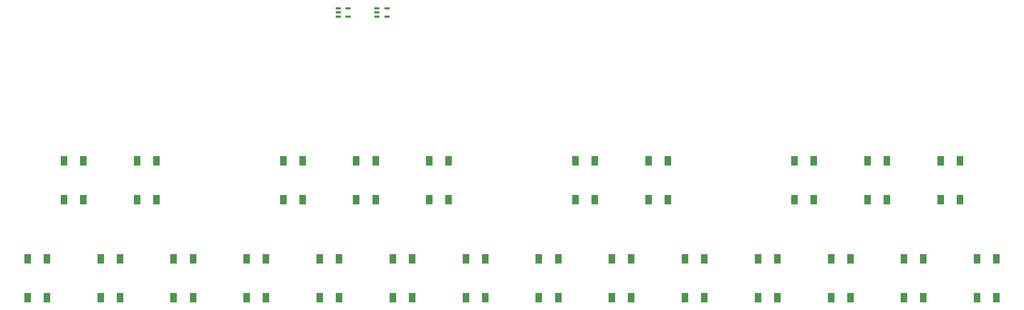
<source format=gtp>
G04 Layer: TopPasteMaskLayer*
G04 EasyEDA v6.5.43, 2024-08-29 12:16:04*
G04 cb6e2e9fbd21486d88ae5690d2d3dc00,10*
G04 Gerber Generator version 0.2*
G04 Scale: 100 percent, Rotated: No, Reflected: No *
G04 Dimensions in millimeters *
G04 leading zeros omitted , absolute positions ,4 integer and 5 decimal *
%FSLAX45Y45*%
%MOMM*%

%ADD10R,1.5000X2.3000*%
%ADD11R,1.1570X0.4900*%
%ADD12R,1.1750X0.4900*%

%LPD*%
D10*
G01*
X8033001Y-1081709D03*
G01*
X8032976Y-1991690D03*
G01*
X7582989Y-1081709D03*
G01*
X7582989Y-1991690D03*
G01*
X8882999Y1204290D03*
G01*
X8882974Y294309D03*
G01*
X8432987Y1204290D03*
G01*
X8432987Y294309D03*
G01*
X9732998Y-1081709D03*
G01*
X9732972Y-1991690D03*
G01*
X9282986Y-1081709D03*
G01*
X9282986Y-1991690D03*
G01*
X10582996Y1204290D03*
G01*
X10582970Y294309D03*
G01*
X10132984Y1204290D03*
G01*
X10132984Y294309D03*
G01*
X11432994Y-1081709D03*
G01*
X11432969Y-1991690D03*
G01*
X10982982Y-1081709D03*
G01*
X10982982Y-1991690D03*
G01*
X13132991Y-1081709D03*
G01*
X13132965Y-1991690D03*
G01*
X12682979Y-1081709D03*
G01*
X12682979Y-1991690D03*
G01*
X13982989Y1204290D03*
G01*
X13982964Y294309D03*
G01*
X13532977Y1204290D03*
G01*
X13532977Y294309D03*
G01*
X14832987Y-1081709D03*
G01*
X14832962Y-1991690D03*
G01*
X14382976Y-1081709D03*
G01*
X14382976Y-1991690D03*
G01*
X15682986Y1204290D03*
G01*
X15682960Y294309D03*
G01*
X15232974Y1204290D03*
G01*
X15232974Y294309D03*
G01*
X16532984Y-1081709D03*
G01*
X16532959Y-1991690D03*
G01*
X16082972Y-1081709D03*
G01*
X16082972Y-1991690D03*
G01*
X18232981Y-1081709D03*
G01*
X18232955Y-1991690D03*
G01*
X17782969Y-1081709D03*
G01*
X17782969Y-1991690D03*
G01*
X19082979Y1204290D03*
G01*
X19082953Y294309D03*
G01*
X18632967Y1204290D03*
G01*
X18632967Y294309D03*
G01*
X19932977Y-1081709D03*
G01*
X19932952Y-1991690D03*
G01*
X19482965Y-1081709D03*
G01*
X19482965Y-1991690D03*
G01*
X20782953Y1204290D03*
G01*
X20782927Y294309D03*
G01*
X20332941Y1204290D03*
G01*
X20332941Y294309D03*
G01*
X21632953Y-1081709D03*
G01*
X21632928Y-1991690D03*
G01*
X21182942Y-1081709D03*
G01*
X21182942Y-1991690D03*
G01*
X22482954Y1204290D03*
G01*
X22482929Y294309D03*
G01*
X22032942Y1204290D03*
G01*
X22032942Y294309D03*
G01*
X23332955Y-1081709D03*
G01*
X23332930Y-1991690D03*
G01*
X22882943Y-1081709D03*
G01*
X22882943Y-1991690D03*
G01*
X1233015Y-1081709D03*
G01*
X1232989Y-1991690D03*
G01*
X783003Y-1081709D03*
G01*
X783003Y-1991690D03*
G01*
X2083013Y1204290D03*
G01*
X2082987Y294309D03*
G01*
X1633001Y1204290D03*
G01*
X1633001Y294309D03*
G01*
X2933011Y-1081709D03*
G01*
X2932986Y-1991690D03*
G01*
X2482974Y-1081709D03*
G01*
X2482974Y-1991690D03*
G01*
X3783009Y1204290D03*
G01*
X3782984Y294309D03*
G01*
X3332972Y1204290D03*
G01*
X3332972Y294309D03*
G01*
X4633008Y-1081709D03*
G01*
X4632982Y-1991690D03*
G01*
X4182996Y-1081709D03*
G01*
X4182996Y-1991690D03*
G01*
X6333004Y-1081709D03*
G01*
X6332979Y-1991690D03*
G01*
X5882993Y-1081709D03*
G01*
X5882993Y-1991690D03*
G01*
X7183003Y1204290D03*
G01*
X7182977Y294309D03*
G01*
X6732991Y1204290D03*
G01*
X6732991Y294309D03*
D11*
G01*
X8914333Y4755903D03*
G01*
X8914333Y4660907D03*
G01*
X8914333Y4565911D03*
D12*
G01*
X9145066Y4565911D03*
G01*
X9145066Y4755903D03*
D11*
G01*
X8012633Y4755895D03*
G01*
X8012633Y4660900D03*
G01*
X8012633Y4565904D03*
D12*
G01*
X8243366Y4565904D03*
G01*
X8243366Y4755895D03*
M02*

</source>
